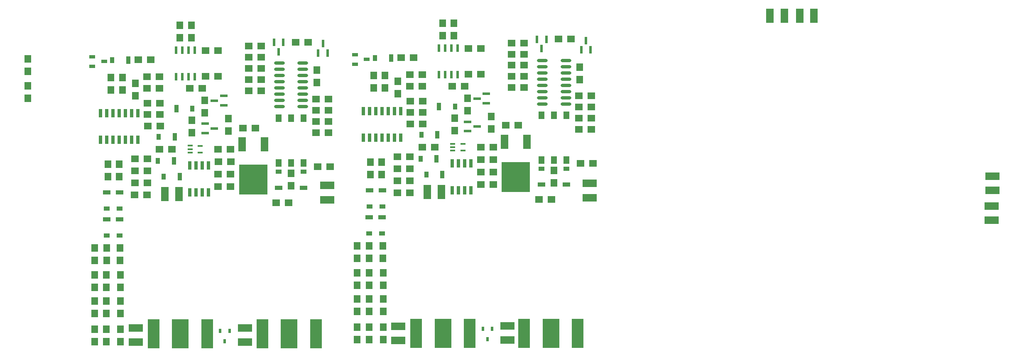
<source format=gtp>
G04 Layer_Color=8421504*
%FSLAX25Y25*%
%MOIN*%
G70*
G01*
G75*
%ADD10R,0.03150X0.06890*%
%ADD11R,0.06299X0.05500*%
%ADD12R,0.02362X0.06102*%
%ADD13R,0.05500X0.06299*%
G04:AMPARAMS|DCode=14|XSize=35.83mil|YSize=62.99mil|CornerRadius=8.96mil|HoleSize=0mil|Usage=FLASHONLY|Rotation=0.000|XOffset=0mil|YOffset=0mil|HoleType=Round|Shape=RoundedRectangle|*
%AMROUNDEDRECTD14*
21,1,0.03583,0.04508,0,0,0.0*
21,1,0.01791,0.06299,0,0,0.0*
1,1,0.01791,0.00896,-0.02254*
1,1,0.01791,-0.00896,-0.02254*
1,1,0.01791,-0.00896,0.02254*
1,1,0.01791,0.00896,0.02254*
%
%ADD14ROUNDEDRECTD14*%
%ADD15R,0.03583X0.04803*%
G04:AMPARAMS|DCode=16|XSize=35.83mil|YSize=62.99mil|CornerRadius=8.96mil|HoleSize=0mil|Usage=FLASHONLY|Rotation=90.000|XOffset=0mil|YOffset=0mil|HoleType=Round|Shape=RoundedRectangle|*
%AMROUNDEDRECTD16*
21,1,0.03583,0.04508,0,0,90.0*
21,1,0.01791,0.06299,0,0,90.0*
1,1,0.01791,0.02254,0.00896*
1,1,0.01791,0.02254,-0.00896*
1,1,0.01791,-0.02254,-0.00896*
1,1,0.01791,-0.02254,0.00896*
%
%ADD16ROUNDEDRECTD16*%
%ADD17R,0.04803X0.03583*%
%ADD18R,0.11811X0.06496*%
%ADD19R,0.06299X0.11811*%
%ADD20R,0.22835X0.24410*%
%ADD21R,0.05906X0.02362*%
%ADD22R,0.04724X0.03150*%
%ADD23O,0.08661X0.02362*%
%ADD24R,0.04724X0.06299*%
%ADD25R,0.02362X0.05906*%
G04:AMPARAMS|DCode=26|XSize=39.37mil|YSize=15.75mil|CornerRadius=3.94mil|HoleSize=0mil|Usage=FLASHONLY|Rotation=0.000|XOffset=0mil|YOffset=0mil|HoleType=Round|Shape=RoundedRectangle|*
%AMROUNDEDRECTD26*
21,1,0.03937,0.00787,0,0,0.0*
21,1,0.03150,0.01575,0,0,0.0*
1,1,0.00787,0.01575,-0.00394*
1,1,0.00787,-0.01575,-0.00394*
1,1,0.00787,-0.01575,0.00394*
1,1,0.00787,0.01575,0.00394*
%
%ADD26ROUNDEDRECTD26*%
%ADD27R,0.09409X0.23622*%
%ADD28R,0.13504X0.23622*%
%ADD29R,0.06496X0.11811*%
%ADD30R,0.02362X0.03347*%
D10*
X1962441Y1166732D02*
D03*
X1957441D02*
D03*
X1952441D02*
D03*
X1947441D02*
D03*
X1962441Y1145276D02*
D03*
X1957441D02*
D03*
X1952441D02*
D03*
X1947441D02*
D03*
X2173268Y1168387D02*
D03*
X2168268D02*
D03*
X2163268D02*
D03*
X2158268D02*
D03*
X2173268Y1146930D02*
D03*
X2168268D02*
D03*
X2163268D02*
D03*
X2158268D02*
D03*
X1875905Y1187323D02*
D03*
X1880906D02*
D03*
X1885905D02*
D03*
X1890906D02*
D03*
X1895905D02*
D03*
X1900905D02*
D03*
X1905906D02*
D03*
X1875905Y1208780D02*
D03*
X1880906D02*
D03*
X1885905D02*
D03*
X1890906D02*
D03*
X1895905D02*
D03*
X1900905D02*
D03*
X1905906D02*
D03*
X2086732Y1188977D02*
D03*
X2091732D02*
D03*
X2096732D02*
D03*
X2101732D02*
D03*
X2106732D02*
D03*
X2111732D02*
D03*
X2116732D02*
D03*
X2086732Y1210434D02*
D03*
X2091732D02*
D03*
X2096732D02*
D03*
X2101732D02*
D03*
X2106732D02*
D03*
X2111732D02*
D03*
X2116732D02*
D03*
D11*
X2181185Y1181611D02*
D03*
X2191185D02*
D03*
X2181194Y1171494D02*
D03*
X2191194D02*
D03*
X2191169Y1161460D02*
D03*
X2181169D02*
D03*
X2191169Y1151420D02*
D03*
X2181169D02*
D03*
X2171076Y1260825D02*
D03*
X2181076D02*
D03*
X2117035Y1253389D02*
D03*
X2127035D02*
D03*
X2114239Y1173743D02*
D03*
X2124239D02*
D03*
Y1164098D02*
D03*
X2114239D02*
D03*
Y1154452D02*
D03*
X2124239D02*
D03*
X2114121Y1144806D02*
D03*
X2124121D02*
D03*
X1980342Y1149766D02*
D03*
X1970342D02*
D03*
X1980342Y1159805D02*
D03*
X1970342D02*
D03*
X1970367Y1169840D02*
D03*
X1980367D02*
D03*
X1923806Y1198506D02*
D03*
X1913806D02*
D03*
X1960249Y1238513D02*
D03*
X1970249D02*
D03*
X1960249Y1259171D02*
D03*
X1970249D02*
D03*
X1923280Y1237990D02*
D03*
X1913280D02*
D03*
X2253449Y1268435D02*
D03*
X2243449D02*
D03*
X2205984Y1247458D02*
D03*
X2215984D02*
D03*
X2269958Y1204789D02*
D03*
X2259958D02*
D03*
X2269958Y1213789D02*
D03*
X2259958D02*
D03*
X2205993Y1229372D02*
D03*
X2215993D02*
D03*
X2205984Y1256289D02*
D03*
X2215984D02*
D03*
X2260011Y1195715D02*
D03*
X2270011D02*
D03*
X2215984Y1238458D02*
D03*
X2205984D02*
D03*
X2269698Y1222872D02*
D03*
X2259698D02*
D03*
X2201347Y1199254D02*
D03*
X2211347D02*
D03*
X2205984Y1265252D02*
D03*
X2215984D02*
D03*
X2227922Y1139491D02*
D03*
X2237922D02*
D03*
X2261190Y1168467D02*
D03*
X2271190D02*
D03*
X1923688Y1207714D02*
D03*
X1913688D02*
D03*
X2134515Y1209369D02*
D03*
X2124515D02*
D03*
X1913280Y1228738D02*
D03*
X1923280D02*
D03*
X2124107Y1230392D02*
D03*
X2134107D02*
D03*
X1913413Y1162443D02*
D03*
X1903413D02*
D03*
X2134633Y1200161D02*
D03*
X2124633D02*
D03*
X2171076Y1240168D02*
D03*
X2181076D02*
D03*
X1947507Y1228743D02*
D03*
X1957507D02*
D03*
X2158334Y1230397D02*
D03*
X2168334D02*
D03*
X1923688Y1216769D02*
D03*
X1913688D02*
D03*
X2134515Y1218424D02*
D03*
X2124515D02*
D03*
X1903413Y1152798D02*
D03*
X1913413D02*
D03*
X2134107Y1239644D02*
D03*
X2124107D02*
D03*
X1903295Y1143152D02*
D03*
X1913294D02*
D03*
X1903413Y1172089D02*
D03*
X1913413D02*
D03*
X1906208Y1251735D02*
D03*
X1916208D02*
D03*
X1923255Y1179805D02*
D03*
X1933255D02*
D03*
X2134082Y1181460D02*
D03*
X2144082D02*
D03*
X2026838Y1136971D02*
D03*
X2016838D02*
D03*
X2060106Y1165947D02*
D03*
X2050105D02*
D03*
X1994900Y1262732D02*
D03*
X2004900D02*
D03*
X2000263Y1196735D02*
D03*
X1990263D02*
D03*
X2004900Y1235939D02*
D03*
X1994900D02*
D03*
X2048927Y1193195D02*
D03*
X2058927D02*
D03*
X1994900Y1253769D02*
D03*
X2004900D02*
D03*
X1994909Y1226853D02*
D03*
X2004909D02*
D03*
X2058873Y1211269D02*
D03*
X2048873D02*
D03*
X2058873Y1202269D02*
D03*
X2048873D02*
D03*
X1994900Y1244939D02*
D03*
X2004900D02*
D03*
X2042365Y1265915D02*
D03*
X2032365D02*
D03*
X2058873Y1220269D02*
D03*
X2048873D02*
D03*
X1970358Y1179957D02*
D03*
X1980358D02*
D03*
D12*
X2157496Y1239867D02*
D03*
X2152496D02*
D03*
X2147496D02*
D03*
X2162496D02*
D03*
X2147496Y1261126D02*
D03*
X2152496D02*
D03*
X2157496D02*
D03*
X2162496D02*
D03*
X1946669Y1238212D02*
D03*
X1941669D02*
D03*
X1936669D02*
D03*
X1951669D02*
D03*
X1936669Y1259472D02*
D03*
X1941669D02*
D03*
X1946669D02*
D03*
X1951669D02*
D03*
D13*
X2159647Y1280988D02*
D03*
Y1270988D02*
D03*
X2150647Y1280988D02*
D03*
Y1270988D02*
D03*
X2095076Y1229240D02*
D03*
Y1239240D02*
D03*
X2104289D02*
D03*
Y1229240D02*
D03*
X2101691Y1159555D02*
D03*
Y1169555D02*
D03*
X2092640Y1159541D02*
D03*
Y1169541D02*
D03*
X2091496Y1036681D02*
D03*
Y1026681D02*
D03*
X2102716Y1036681D02*
D03*
Y1026681D02*
D03*
X2081971Y1036681D02*
D03*
Y1026681D02*
D03*
X2091496Y1059462D02*
D03*
Y1049462D02*
D03*
X2102716D02*
D03*
Y1059462D02*
D03*
X2081971Y1059462D02*
D03*
Y1049462D02*
D03*
X2091496Y1080328D02*
D03*
Y1070328D02*
D03*
X2102716D02*
D03*
Y1080328D02*
D03*
X2081971Y1080328D02*
D03*
Y1070328D02*
D03*
X2091612Y1102180D02*
D03*
Y1092180D02*
D03*
X2102404Y1102180D02*
D03*
Y1092180D02*
D03*
X2081971Y1102180D02*
D03*
Y1092180D02*
D03*
X1949294Y1193038D02*
D03*
Y1203038D02*
D03*
X1959569Y1219068D02*
D03*
Y1209068D02*
D03*
X1891890Y1035026D02*
D03*
Y1025026D02*
D03*
X1871144Y1035026D02*
D03*
Y1025026D02*
D03*
X1880669Y1057808D02*
D03*
Y1047808D02*
D03*
X1891890D02*
D03*
Y1057808D02*
D03*
X1871144Y1057808D02*
D03*
Y1047808D02*
D03*
X1891890Y1068674D02*
D03*
Y1078674D02*
D03*
X1871144Y1078674D02*
D03*
Y1068674D02*
D03*
X1880785Y1100525D02*
D03*
Y1090525D02*
D03*
X1891577Y1100525D02*
D03*
Y1090525D02*
D03*
X1871144Y1100525D02*
D03*
Y1090525D02*
D03*
X1948935Y1279318D02*
D03*
Y1269318D02*
D03*
X1939683Y1279318D02*
D03*
Y1269318D02*
D03*
X1817517Y1252454D02*
D03*
Y1242453D02*
D03*
Y1220775D02*
D03*
Y1230775D02*
D03*
X2260651Y1235893D02*
D03*
Y1245893D02*
D03*
X2239984Y1152857D02*
D03*
Y1162858D02*
D03*
X1881813Y1157887D02*
D03*
Y1167887D02*
D03*
X2160121Y1194692D02*
D03*
Y1204692D02*
D03*
X1893462Y1237586D02*
D03*
Y1227586D02*
D03*
X1903738Y1232783D02*
D03*
Y1222783D02*
D03*
X2114565Y1234437D02*
D03*
Y1224437D02*
D03*
X1890864Y1157901D02*
D03*
Y1167901D02*
D03*
X1978664Y1194501D02*
D03*
Y1204501D02*
D03*
X2189491Y1196155D02*
D03*
Y1206155D02*
D03*
X2170396Y1220722D02*
D03*
Y1210722D02*
D03*
X1884250Y1227586D02*
D03*
Y1237586D02*
D03*
X2028900Y1160338D02*
D03*
Y1150338D02*
D03*
X2049567Y1233373D02*
D03*
Y1243373D02*
D03*
X1880669Y1078674D02*
D03*
Y1068674D02*
D03*
Y1035026D02*
D03*
Y1025026D02*
D03*
D14*
X2109035Y1253229D02*
D03*
X1936752Y1212480D02*
D03*
X2147579Y1214135D02*
D03*
X1939469Y1157756D02*
D03*
X2150295Y1159410D02*
D03*
X1898209Y1251575D02*
D03*
X1934780Y1170504D02*
D03*
X2145606Y1172158D02*
D03*
X1935453Y1189843D02*
D03*
X2146280Y1191497D02*
D03*
D15*
X2096161Y1253229D02*
D03*
X1949626Y1212480D02*
D03*
X2160453Y1214135D02*
D03*
X1926595Y1157756D02*
D03*
X2137421Y1159410D02*
D03*
X1885335Y1251575D02*
D03*
X1921906Y1170504D02*
D03*
X2132732Y1172158D02*
D03*
X1922579Y1189843D02*
D03*
X2133405Y1191497D02*
D03*
D16*
X2102181Y1146706D02*
D03*
X2091811Y1146706D02*
D03*
X2102024Y1125158D02*
D03*
X2091654Y1125158D02*
D03*
X2230024Y1151342D02*
D03*
X2250024D02*
D03*
X1880984Y1145051D02*
D03*
X1891354Y1145051D02*
D03*
X2038939Y1148822D02*
D03*
X2018939D02*
D03*
X1891197Y1123504D02*
D03*
X1880827Y1123504D02*
D03*
D17*
X2102181Y1133832D02*
D03*
X2091811Y1133832D02*
D03*
X2102024Y1112284D02*
D03*
X2091654Y1112284D02*
D03*
X2230024Y1164216D02*
D03*
X2250024D02*
D03*
X1880984Y1132177D02*
D03*
X1891354Y1132177D02*
D03*
X2038939Y1161696D02*
D03*
X2018939D02*
D03*
X1891197Y1110630D02*
D03*
X1880827Y1110630D02*
D03*
D18*
X2115000Y1037521D02*
D03*
Y1026103D02*
D03*
X2057756Y1150679D02*
D03*
Y1139261D02*
D03*
X1904173Y1036299D02*
D03*
Y1024882D02*
D03*
X2268583Y1152333D02*
D03*
Y1140916D02*
D03*
X1991850Y1036299D02*
D03*
Y1024882D02*
D03*
X2202677Y1037953D02*
D03*
Y1026536D02*
D03*
X2591732Y1146850D02*
D03*
Y1158268D02*
D03*
X2591299Y1122874D02*
D03*
Y1134291D02*
D03*
D19*
X2007561Y1183661D02*
D03*
X1989451D02*
D03*
X2218188Y1185678D02*
D03*
X2200078D02*
D03*
D20*
X1998506Y1155315D02*
D03*
X2209133Y1157332D02*
D03*
D21*
X1959724Y1200315D02*
D03*
Y1192835D02*
D03*
X1967205Y1196575D02*
D03*
X1974803Y1215197D02*
D03*
Y1222677D02*
D03*
X1967323Y1218937D02*
D03*
X2185630Y1216851D02*
D03*
Y1224331D02*
D03*
X2178150Y1220591D02*
D03*
X2170551Y1201969D02*
D03*
Y1194489D02*
D03*
X2178032Y1198229D02*
D03*
D22*
X1878701Y1250354D02*
D03*
X1869252Y1246614D02*
D03*
Y1254095D02*
D03*
X2089528Y1252009D02*
D03*
X2080079Y1248269D02*
D03*
Y1255749D02*
D03*
D23*
X2249370Y1216043D02*
D03*
Y1221043D02*
D03*
Y1226043D02*
D03*
Y1231043D02*
D03*
Y1236043D02*
D03*
Y1241043D02*
D03*
Y1246043D02*
D03*
Y1251043D02*
D03*
X2230473Y1216043D02*
D03*
Y1221043D02*
D03*
Y1226043D02*
D03*
Y1231043D02*
D03*
Y1236043D02*
D03*
Y1241043D02*
D03*
Y1246043D02*
D03*
Y1251043D02*
D03*
X2038298Y1214232D02*
D03*
Y1219232D02*
D03*
Y1224232D02*
D03*
Y1229232D02*
D03*
Y1234232D02*
D03*
Y1239232D02*
D03*
Y1244232D02*
D03*
Y1249232D02*
D03*
X2019400Y1214232D02*
D03*
Y1219232D02*
D03*
Y1224232D02*
D03*
Y1229232D02*
D03*
Y1234232D02*
D03*
Y1239232D02*
D03*
Y1244232D02*
D03*
Y1249232D02*
D03*
D24*
X2229984Y1171260D02*
D03*
X2239984D02*
D03*
X2249984D02*
D03*
X2229984Y1207244D02*
D03*
X2239984D02*
D03*
X2249984D02*
D03*
X2038900Y1204724D02*
D03*
X2028900D02*
D03*
X2018900D02*
D03*
X2038900Y1168740D02*
D03*
X2028900D02*
D03*
X2018900D02*
D03*
D25*
X2265484Y1267252D02*
D03*
X2269224Y1259772D02*
D03*
X2261744D02*
D03*
X2229984Y1260752D02*
D03*
X2226244Y1268232D02*
D03*
X2233724D02*
D03*
X2050660Y1257252D02*
D03*
X2058140D02*
D03*
X2054400Y1264732D02*
D03*
X2022640Y1265713D02*
D03*
X2015160D02*
D03*
X2018900Y1258232D02*
D03*
D26*
X1947713Y1182642D02*
D03*
Y1179846D02*
D03*
Y1177012D02*
D03*
X1955980Y1177287D02*
D03*
Y1182405D02*
D03*
X2158539Y1184296D02*
D03*
Y1181501D02*
D03*
Y1178666D02*
D03*
X2166807Y1178942D02*
D03*
Y1184060D02*
D03*
D27*
X2048740Y1031457D02*
D03*
X2005748D02*
D03*
X1961465D02*
D03*
X1918472D02*
D03*
X2172323Y1031772D02*
D03*
X2129331D02*
D03*
X2258898D02*
D03*
X2215906D02*
D03*
D28*
X2027244Y1031457D02*
D03*
X1939968D02*
D03*
X2150827Y1031772D02*
D03*
X2237402D02*
D03*
D29*
X1938811Y1143713D02*
D03*
X1927394D02*
D03*
X2149638Y1145367D02*
D03*
X2138220D02*
D03*
X2424764Y1287284D02*
D03*
X2413346D02*
D03*
X2448583D02*
D03*
X2437165D02*
D03*
D30*
X1979370Y1033957D02*
D03*
X1971890D02*
D03*
X1975630Y1025492D02*
D03*
X2190197Y1035611D02*
D03*
X2182717D02*
D03*
X2186457Y1027146D02*
D03*
M02*

</source>
